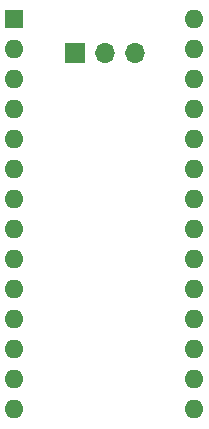
<source format=gbr>
%TF.GenerationSoftware,KiCad,Pcbnew,(6.0.11)*%
%TF.CreationDate,2024-01-03T21:36:34+00:00*%
%TF.ProjectId,BBCB-SWRAM-32,42424342-2d53-4575-9241-4d2d33322e6b,rev?*%
%TF.SameCoordinates,Original*%
%TF.FileFunction,Soldermask,Bot*%
%TF.FilePolarity,Negative*%
%FSLAX46Y46*%
G04 Gerber Fmt 4.6, Leading zero omitted, Abs format (unit mm)*
G04 Created by KiCad (PCBNEW (6.0.11)) date 2024-01-03 21:36:34*
%MOMM*%
%LPD*%
G01*
G04 APERTURE LIST*
%ADD10R,1.700000X1.700000*%
%ADD11O,1.700000X1.700000*%
%ADD12R,1.600000X1.600000*%
%ADD13O,1.600000X1.600000*%
G04 APERTURE END LIST*
D10*
%TO.C,J1*%
X157610000Y-60115000D03*
D11*
X160150000Y-60115000D03*
X162690000Y-60115000D03*
%TD*%
D12*
%TO.C,U1*%
X152510000Y-57276000D03*
D13*
X152510000Y-59816000D03*
X152510000Y-62356000D03*
X152510000Y-64896000D03*
X152510000Y-67436000D03*
X152510000Y-69976000D03*
X152510000Y-72516000D03*
X152510000Y-75056000D03*
X152510000Y-77596000D03*
X152510000Y-80136000D03*
X152510000Y-82676000D03*
X152510000Y-85216000D03*
X152510000Y-87756000D03*
X152510000Y-90296000D03*
X167750000Y-90296000D03*
X167750000Y-87756000D03*
X167750000Y-85216000D03*
X167750000Y-82676000D03*
X167750000Y-80136000D03*
X167750000Y-77596000D03*
X167750000Y-75056000D03*
X167750000Y-72516000D03*
X167750000Y-69976000D03*
X167750000Y-67436000D03*
X167750000Y-64896000D03*
X167750000Y-62356000D03*
X167750000Y-59816000D03*
X167750000Y-57276000D03*
%TD*%
M02*

</source>
